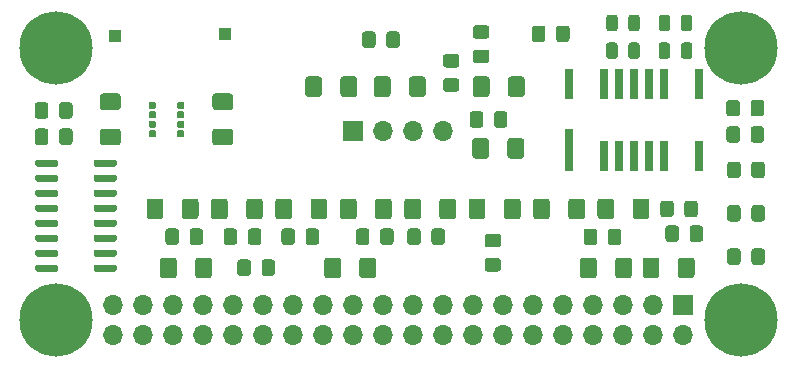
<source format=gbr>
G04 #@! TF.GenerationSoftware,KiCad,Pcbnew,(5.1.10-1-10_14)*
G04 #@! TF.CreationDate,2021-06-08T22:44:31-04:00*
G04 #@! TF.ProjectId,tr109-sensorboard,74723130-392d-4736-956e-736f72626f61,3*
G04 #@! TF.SameCoordinates,Original*
G04 #@! TF.FileFunction,Soldermask,Top*
G04 #@! TF.FilePolarity,Negative*
%FSLAX46Y46*%
G04 Gerber Fmt 4.6, Leading zero omitted, Abs format (unit mm)*
G04 Created by KiCad (PCBNEW (5.1.10-1-10_14)) date 2021-06-08 22:44:31*
%MOMM*%
%LPD*%
G01*
G04 APERTURE LIST*
%ADD10O,1.700000X1.700000*%
%ADD11R,1.700000X1.700000*%
%ADD12R,1.000000X1.000000*%
%ADD13R,0.800000X2.600000*%
%ADD14R,0.700000X2.600000*%
%ADD15R,0.800000X3.600000*%
%ADD16C,6.200000*%
G04 APERTURE END LIST*
D10*
X108924000Y-123130000D03*
X108924000Y-120590000D03*
X111464000Y-123130000D03*
X111464000Y-120590000D03*
X114004000Y-123130000D03*
X114004000Y-120590000D03*
X116544000Y-123130000D03*
X116544000Y-120590000D03*
X119084000Y-123130000D03*
X119084000Y-120590000D03*
X121624000Y-123130000D03*
X121624000Y-120590000D03*
X124164000Y-123130000D03*
X124164000Y-120590000D03*
X126704000Y-123130000D03*
X126704000Y-120590000D03*
X129244000Y-123130000D03*
X129244000Y-120590000D03*
X131784000Y-123130000D03*
X131784000Y-120590000D03*
X134324000Y-123130000D03*
X134324000Y-120590000D03*
X136864000Y-123130000D03*
X136864000Y-120590000D03*
X139404000Y-123130000D03*
X139404000Y-120590000D03*
X141944000Y-123130000D03*
X141944000Y-120590000D03*
X144484000Y-123130000D03*
X144484000Y-120590000D03*
X147024000Y-123130000D03*
X147024000Y-120590000D03*
X149564000Y-123130000D03*
X149564000Y-120590000D03*
X152104000Y-123130000D03*
X152104000Y-120590000D03*
X154644000Y-123130000D03*
X154644000Y-120590000D03*
X157184000Y-123130000D03*
D11*
X157184000Y-120590000D03*
D10*
X136874000Y-105918000D03*
X134334000Y-105918000D03*
X131794000Y-105918000D03*
D11*
X129254000Y-105918000D03*
D12*
X118364000Y-97663000D03*
X109067600Y-97828100D03*
G36*
G01*
X112049100Y-103424500D02*
X112449100Y-103424500D01*
G75*
G02*
X112549100Y-103524500I0J-100000D01*
G01*
X112549100Y-103924500D01*
G75*
G02*
X112449100Y-104024500I-100000J0D01*
G01*
X112049100Y-104024500D01*
G75*
G02*
X111949100Y-103924500I0J100000D01*
G01*
X111949100Y-103524500D01*
G75*
G02*
X112049100Y-103424500I100000J0D01*
G01*
G37*
G36*
G01*
X112049100Y-104224500D02*
X112449100Y-104224500D01*
G75*
G02*
X112549100Y-104324500I0J-100000D01*
G01*
X112549100Y-104724500D01*
G75*
G02*
X112449100Y-104824500I-100000J0D01*
G01*
X112049100Y-104824500D01*
G75*
G02*
X111949100Y-104724500I0J100000D01*
G01*
X111949100Y-104324500D01*
G75*
G02*
X112049100Y-104224500I100000J0D01*
G01*
G37*
G36*
G01*
X112049100Y-105024500D02*
X112449100Y-105024500D01*
G75*
G02*
X112549100Y-105124500I0J-100000D01*
G01*
X112549100Y-105524500D01*
G75*
G02*
X112449100Y-105624500I-100000J0D01*
G01*
X112049100Y-105624500D01*
G75*
G02*
X111949100Y-105524500I0J100000D01*
G01*
X111949100Y-105124500D01*
G75*
G02*
X112049100Y-105024500I100000J0D01*
G01*
G37*
G36*
G01*
X112049100Y-105824500D02*
X112449100Y-105824500D01*
G75*
G02*
X112549100Y-105924500I0J-100000D01*
G01*
X112549100Y-106324500D01*
G75*
G02*
X112449100Y-106424500I-100000J0D01*
G01*
X112049100Y-106424500D01*
G75*
G02*
X111949100Y-106324500I0J100000D01*
G01*
X111949100Y-105924500D01*
G75*
G02*
X112049100Y-105824500I100000J0D01*
G01*
G37*
G36*
G01*
X114449100Y-105824500D02*
X114849100Y-105824500D01*
G75*
G02*
X114949100Y-105924500I0J-100000D01*
G01*
X114949100Y-106324500D01*
G75*
G02*
X114849100Y-106424500I-100000J0D01*
G01*
X114449100Y-106424500D01*
G75*
G02*
X114349100Y-106324500I0J100000D01*
G01*
X114349100Y-105924500D01*
G75*
G02*
X114449100Y-105824500I100000J0D01*
G01*
G37*
G36*
G01*
X114449100Y-105024500D02*
X114849100Y-105024500D01*
G75*
G02*
X114949100Y-105124500I0J-100000D01*
G01*
X114949100Y-105524500D01*
G75*
G02*
X114849100Y-105624500I-100000J0D01*
G01*
X114449100Y-105624500D01*
G75*
G02*
X114349100Y-105524500I0J100000D01*
G01*
X114349100Y-105124500D01*
G75*
G02*
X114449100Y-105024500I100000J0D01*
G01*
G37*
G36*
G01*
X114449100Y-104224500D02*
X114849100Y-104224500D01*
G75*
G02*
X114949100Y-104324500I0J-100000D01*
G01*
X114949100Y-104724500D01*
G75*
G02*
X114849100Y-104824500I-100000J0D01*
G01*
X114449100Y-104824500D01*
G75*
G02*
X114349100Y-104724500I0J100000D01*
G01*
X114349100Y-104324500D01*
G75*
G02*
X114449100Y-104224500I100000J0D01*
G01*
G37*
G36*
G01*
X114449100Y-103424500D02*
X114849100Y-103424500D01*
G75*
G02*
X114949100Y-103524500I0J-100000D01*
G01*
X114949100Y-103924500D01*
G75*
G02*
X114849100Y-104024500I-100000J0D01*
G01*
X114449100Y-104024500D01*
G75*
G02*
X114349100Y-103924500I0J100000D01*
G01*
X114349100Y-103524500D01*
G75*
G02*
X114449100Y-103424500I100000J0D01*
G01*
G37*
G36*
G01*
X103440000Y-103699999D02*
X103440000Y-104600001D01*
G75*
G02*
X103190001Y-104850000I-249999J0D01*
G01*
X102539999Y-104850000D01*
G75*
G02*
X102290000Y-104600001I0J249999D01*
G01*
X102290000Y-103699999D01*
G75*
G02*
X102539999Y-103450000I249999J0D01*
G01*
X103190001Y-103450000D01*
G75*
G02*
X103440000Y-103699999I0J-249999D01*
G01*
G37*
G36*
G01*
X105490000Y-103699999D02*
X105490000Y-104600001D01*
G75*
G02*
X105240001Y-104850000I-249999J0D01*
G01*
X104589999Y-104850000D01*
G75*
G02*
X104340000Y-104600001I0J249999D01*
G01*
X104340000Y-103699999D01*
G75*
G02*
X104589999Y-103450000I249999J0D01*
G01*
X105240001Y-103450000D01*
G75*
G02*
X105490000Y-103699999I0J-249999D01*
G01*
G37*
G36*
G01*
X121490000Y-117910001D02*
X121490000Y-117009999D01*
G75*
G02*
X121739999Y-116760000I249999J0D01*
G01*
X122390001Y-116760000D01*
G75*
G02*
X122640000Y-117009999I0J-249999D01*
G01*
X122640000Y-117910001D01*
G75*
G02*
X122390001Y-118160000I-249999J0D01*
G01*
X121739999Y-118160000D01*
G75*
G02*
X121490000Y-117910001I0J249999D01*
G01*
G37*
G36*
G01*
X119440000Y-117910001D02*
X119440000Y-117009999D01*
G75*
G02*
X119689999Y-116760000I249999J0D01*
G01*
X120340001Y-116760000D01*
G75*
G02*
X120590000Y-117009999I0J-249999D01*
G01*
X120590000Y-117910001D01*
G75*
G02*
X120340001Y-118160000I-249999J0D01*
G01*
X119689999Y-118160000D01*
G75*
G02*
X119440000Y-117910001I0J249999D01*
G01*
G37*
G36*
G01*
X157739500Y-115029401D02*
X157739500Y-114129399D01*
G75*
G02*
X157989499Y-113879400I249999J0D01*
G01*
X158639501Y-113879400D01*
G75*
G02*
X158889500Y-114129399I0J-249999D01*
G01*
X158889500Y-115029401D01*
G75*
G02*
X158639501Y-115279400I-249999J0D01*
G01*
X157989499Y-115279400D01*
G75*
G02*
X157739500Y-115029401I0J249999D01*
G01*
G37*
G36*
G01*
X155689500Y-115029401D02*
X155689500Y-114129399D01*
G75*
G02*
X155939499Y-113879400I249999J0D01*
G01*
X156589501Y-113879400D01*
G75*
G02*
X156839500Y-114129399I0J-249999D01*
G01*
X156839500Y-115029401D01*
G75*
G02*
X156589501Y-115279400I-249999J0D01*
G01*
X155939499Y-115279400D01*
G75*
G02*
X155689500Y-115029401I0J249999D01*
G01*
G37*
G36*
G01*
X140531001Y-98089300D02*
X139630999Y-98089300D01*
G75*
G02*
X139381000Y-97839301I0J249999D01*
G01*
X139381000Y-97189299D01*
G75*
G02*
X139630999Y-96939300I249999J0D01*
G01*
X140531001Y-96939300D01*
G75*
G02*
X140781000Y-97189299I0J-249999D01*
G01*
X140781000Y-97839301D01*
G75*
G02*
X140531001Y-98089300I-249999J0D01*
G01*
G37*
G36*
G01*
X140531001Y-100139300D02*
X139630999Y-100139300D01*
G75*
G02*
X139381000Y-99889301I0J249999D01*
G01*
X139381000Y-99239299D01*
G75*
G02*
X139630999Y-98989300I249999J0D01*
G01*
X140531001Y-98989300D01*
G75*
G02*
X140781000Y-99239299I0J-249999D01*
G01*
X140781000Y-99889301D01*
G75*
G02*
X140531001Y-100139300I-249999J0D01*
G01*
G37*
G36*
G01*
X150805300Y-115296101D02*
X150805300Y-114396099D01*
G75*
G02*
X151055299Y-114146100I249999J0D01*
G01*
X151705301Y-114146100D01*
G75*
G02*
X151955300Y-114396099I0J-249999D01*
G01*
X151955300Y-115296101D01*
G75*
G02*
X151705301Y-115546100I-249999J0D01*
G01*
X151055299Y-115546100D01*
G75*
G02*
X150805300Y-115296101I0J249999D01*
G01*
G37*
G36*
G01*
X148755300Y-115296101D02*
X148755300Y-114396099D01*
G75*
G02*
X149005299Y-114146100I249999J0D01*
G01*
X149655301Y-114146100D01*
G75*
G02*
X149905300Y-114396099I0J-249999D01*
G01*
X149905300Y-115296101D01*
G75*
G02*
X149655301Y-115546100I-249999J0D01*
G01*
X149005299Y-115546100D01*
G75*
G02*
X148755300Y-115296101I0J249999D01*
G01*
G37*
G36*
G01*
X137991001Y-100515000D02*
X137090999Y-100515000D01*
G75*
G02*
X136841000Y-100265001I0J249999D01*
G01*
X136841000Y-99614999D01*
G75*
G02*
X137090999Y-99365000I249999J0D01*
G01*
X137991001Y-99365000D01*
G75*
G02*
X138241000Y-99614999I0J-249999D01*
G01*
X138241000Y-100265001D01*
G75*
G02*
X137991001Y-100515000I-249999J0D01*
G01*
G37*
G36*
G01*
X137991001Y-102565000D02*
X137090999Y-102565000D01*
G75*
G02*
X136841000Y-102315001I0J249999D01*
G01*
X136841000Y-101664999D01*
G75*
G02*
X137090999Y-101415000I249999J0D01*
G01*
X137991001Y-101415000D01*
G75*
G02*
X138241000Y-101664999I0J-249999D01*
G01*
X138241000Y-102315001D01*
G75*
G02*
X137991001Y-102565000I-249999J0D01*
G01*
G37*
G36*
G01*
X134970000Y-114383399D02*
X134970000Y-115283401D01*
G75*
G02*
X134720001Y-115533400I-249999J0D01*
G01*
X134069999Y-115533400D01*
G75*
G02*
X133820000Y-115283401I0J249999D01*
G01*
X133820000Y-114383399D01*
G75*
G02*
X134069999Y-114133400I249999J0D01*
G01*
X134720001Y-114133400D01*
G75*
G02*
X134970000Y-114383399I0J-249999D01*
G01*
G37*
G36*
G01*
X137020000Y-114383399D02*
X137020000Y-115283401D01*
G75*
G02*
X136770001Y-115533400I-249999J0D01*
G01*
X136119999Y-115533400D01*
G75*
G02*
X135870000Y-115283401I0J249999D01*
G01*
X135870000Y-114383399D01*
G75*
G02*
X136119999Y-114133400I249999J0D01*
G01*
X136770001Y-114133400D01*
G75*
G02*
X137020000Y-114383399I0J-249999D01*
G01*
G37*
G36*
G01*
X130626700Y-114383399D02*
X130626700Y-115283401D01*
G75*
G02*
X130376701Y-115533400I-249999J0D01*
G01*
X129726699Y-115533400D01*
G75*
G02*
X129476700Y-115283401I0J249999D01*
G01*
X129476700Y-114383399D01*
G75*
G02*
X129726699Y-114133400I249999J0D01*
G01*
X130376701Y-114133400D01*
G75*
G02*
X130626700Y-114383399I0J-249999D01*
G01*
G37*
G36*
G01*
X132676700Y-114383399D02*
X132676700Y-115283401D01*
G75*
G02*
X132426701Y-115533400I-249999J0D01*
G01*
X131776699Y-115533400D01*
G75*
G02*
X131526700Y-115283401I0J249999D01*
G01*
X131526700Y-114383399D01*
G75*
G02*
X131776699Y-114133400I249999J0D01*
G01*
X132426701Y-114133400D01*
G75*
G02*
X132676700Y-114383399I0J-249999D01*
G01*
G37*
G36*
G01*
X124327500Y-114383399D02*
X124327500Y-115283401D01*
G75*
G02*
X124077501Y-115533400I-249999J0D01*
G01*
X123427499Y-115533400D01*
G75*
G02*
X123177500Y-115283401I0J249999D01*
G01*
X123177500Y-114383399D01*
G75*
G02*
X123427499Y-114133400I249999J0D01*
G01*
X124077501Y-114133400D01*
G75*
G02*
X124327500Y-114383399I0J-249999D01*
G01*
G37*
G36*
G01*
X126377500Y-114383399D02*
X126377500Y-115283401D01*
G75*
G02*
X126127501Y-115533400I-249999J0D01*
G01*
X125477499Y-115533400D01*
G75*
G02*
X125227500Y-115283401I0J249999D01*
G01*
X125227500Y-114383399D01*
G75*
G02*
X125477499Y-114133400I249999J0D01*
G01*
X126127501Y-114133400D01*
G75*
G02*
X126377500Y-114383399I0J-249999D01*
G01*
G37*
G36*
G01*
X119425300Y-114383399D02*
X119425300Y-115283401D01*
G75*
G02*
X119175301Y-115533400I-249999J0D01*
G01*
X118525299Y-115533400D01*
G75*
G02*
X118275300Y-115283401I0J249999D01*
G01*
X118275300Y-114383399D01*
G75*
G02*
X118525299Y-114133400I249999J0D01*
G01*
X119175301Y-114133400D01*
G75*
G02*
X119425300Y-114383399I0J-249999D01*
G01*
G37*
G36*
G01*
X121475300Y-114383399D02*
X121475300Y-115283401D01*
G75*
G02*
X121225301Y-115533400I-249999J0D01*
G01*
X120575299Y-115533400D01*
G75*
G02*
X120325300Y-115283401I0J249999D01*
G01*
X120325300Y-114383399D01*
G75*
G02*
X120575299Y-114133400I249999J0D01*
G01*
X121225301Y-114133400D01*
G75*
G02*
X121475300Y-114383399I0J-249999D01*
G01*
G37*
G36*
G01*
X115400000Y-115283401D02*
X115400000Y-114383399D01*
G75*
G02*
X115649999Y-114133400I249999J0D01*
G01*
X116300001Y-114133400D01*
G75*
G02*
X116550000Y-114383399I0J-249999D01*
G01*
X116550000Y-115283401D01*
G75*
G02*
X116300001Y-115533400I-249999J0D01*
G01*
X115649999Y-115533400D01*
G75*
G02*
X115400000Y-115283401I0J249999D01*
G01*
G37*
G36*
G01*
X113350000Y-115283401D02*
X113350000Y-114383399D01*
G75*
G02*
X113599999Y-114133400I249999J0D01*
G01*
X114250001Y-114133400D01*
G75*
G02*
X114500000Y-114383399I0J-249999D01*
G01*
X114500000Y-115283401D01*
G75*
G02*
X114250001Y-115533400I-249999J0D01*
G01*
X113599999Y-115533400D01*
G75*
G02*
X113350000Y-115283401I0J249999D01*
G01*
G37*
G36*
G01*
X103440000Y-105919999D02*
X103440000Y-106820001D01*
G75*
G02*
X103190001Y-107070000I-249999J0D01*
G01*
X102539999Y-107070000D01*
G75*
G02*
X102290000Y-106820001I0J249999D01*
G01*
X102290000Y-105919999D01*
G75*
G02*
X102539999Y-105670000I249999J0D01*
G01*
X103190001Y-105670000D01*
G75*
G02*
X103440000Y-105919999I0J-249999D01*
G01*
G37*
G36*
G01*
X105490000Y-105919999D02*
X105490000Y-106820001D01*
G75*
G02*
X105240001Y-107070000I-249999J0D01*
G01*
X104589999Y-107070000D01*
G75*
G02*
X104340000Y-106820001I0J249999D01*
G01*
X104340000Y-105919999D01*
G75*
G02*
X104589999Y-105670000I249999J0D01*
G01*
X105240001Y-105670000D01*
G75*
G02*
X105490000Y-105919999I0J-249999D01*
G01*
G37*
G36*
G01*
X162896940Y-104399501D02*
X162896940Y-103499499D01*
G75*
G02*
X163146939Y-103249500I249999J0D01*
G01*
X163796941Y-103249500D01*
G75*
G02*
X164046940Y-103499499I0J-249999D01*
G01*
X164046940Y-104399501D01*
G75*
G02*
X163796941Y-104649500I-249999J0D01*
G01*
X163146939Y-104649500D01*
G75*
G02*
X162896940Y-104399501I0J249999D01*
G01*
G37*
G36*
G01*
X160846940Y-104399501D02*
X160846940Y-103499499D01*
G75*
G02*
X161096939Y-103249500I249999J0D01*
G01*
X161746941Y-103249500D01*
G75*
G02*
X161996940Y-103499499I0J-249999D01*
G01*
X161996940Y-104399501D01*
G75*
G02*
X161746941Y-104649500I-249999J0D01*
G01*
X161096939Y-104649500D01*
G75*
G02*
X160846940Y-104399501I0J249999D01*
G01*
G37*
G36*
G01*
X162896940Y-106634701D02*
X162896940Y-105734699D01*
G75*
G02*
X163146939Y-105484700I249999J0D01*
G01*
X163796941Y-105484700D01*
G75*
G02*
X164046940Y-105734699I0J-249999D01*
G01*
X164046940Y-106634701D01*
G75*
G02*
X163796941Y-106884700I-249999J0D01*
G01*
X163146939Y-106884700D01*
G75*
G02*
X162896940Y-106634701I0J249999D01*
G01*
G37*
G36*
G01*
X160846940Y-106634701D02*
X160846940Y-105734699D01*
G75*
G02*
X161096939Y-105484700I249999J0D01*
G01*
X161746941Y-105484700D01*
G75*
G02*
X161996940Y-105734699I0J-249999D01*
G01*
X161996940Y-106634701D01*
G75*
G02*
X161746941Y-106884700I-249999J0D01*
G01*
X161096939Y-106884700D01*
G75*
G02*
X160846940Y-106634701I0J249999D01*
G01*
G37*
G36*
G01*
X162959200Y-116972501D02*
X162959200Y-116072499D01*
G75*
G02*
X163209199Y-115822500I249999J0D01*
G01*
X163859201Y-115822500D01*
G75*
G02*
X164109200Y-116072499I0J-249999D01*
G01*
X164109200Y-116972501D01*
G75*
G02*
X163859201Y-117222500I-249999J0D01*
G01*
X163209199Y-117222500D01*
G75*
G02*
X162959200Y-116972501I0J249999D01*
G01*
G37*
G36*
G01*
X160909200Y-116972501D02*
X160909200Y-116072499D01*
G75*
G02*
X161159199Y-115822500I249999J0D01*
G01*
X161809201Y-115822500D01*
G75*
G02*
X162059200Y-116072499I0J-249999D01*
G01*
X162059200Y-116972501D01*
G75*
G02*
X161809201Y-117222500I-249999J0D01*
G01*
X161159199Y-117222500D01*
G75*
G02*
X160909200Y-116972501I0J249999D01*
G01*
G37*
G36*
G01*
X141521601Y-115741060D02*
X140621599Y-115741060D01*
G75*
G02*
X140371600Y-115491061I0J249999D01*
G01*
X140371600Y-114841059D01*
G75*
G02*
X140621599Y-114591060I249999J0D01*
G01*
X141521601Y-114591060D01*
G75*
G02*
X141771600Y-114841059I0J-249999D01*
G01*
X141771600Y-115491061D01*
G75*
G02*
X141521601Y-115741060I-249999J0D01*
G01*
G37*
G36*
G01*
X141521601Y-117791060D02*
X140621599Y-117791060D01*
G75*
G02*
X140371600Y-117541061I0J249999D01*
G01*
X140371600Y-116891059D01*
G75*
G02*
X140621599Y-116641060I249999J0D01*
G01*
X141521601Y-116641060D01*
G75*
G02*
X141771600Y-116891059I0J-249999D01*
G01*
X141771600Y-117541061D01*
G75*
G02*
X141521601Y-117791060I-249999J0D01*
G01*
G37*
G36*
G01*
X141166000Y-105352001D02*
X141166000Y-104451999D01*
G75*
G02*
X141415999Y-104202000I249999J0D01*
G01*
X142066001Y-104202000D01*
G75*
G02*
X142316000Y-104451999I0J-249999D01*
G01*
X142316000Y-105352001D01*
G75*
G02*
X142066001Y-105602000I-249999J0D01*
G01*
X141415999Y-105602000D01*
G75*
G02*
X141166000Y-105352001I0J249999D01*
G01*
G37*
G36*
G01*
X139116000Y-105352001D02*
X139116000Y-104451999D01*
G75*
G02*
X139365999Y-104202000I249999J0D01*
G01*
X140016001Y-104202000D01*
G75*
G02*
X140266000Y-104451999I0J-249999D01*
G01*
X140266000Y-105352001D01*
G75*
G02*
X140016001Y-105602000I-249999J0D01*
G01*
X139365999Y-105602000D01*
G75*
G02*
X139116000Y-105352001I0J249999D01*
G01*
G37*
G36*
G01*
X132047400Y-98595601D02*
X132047400Y-97695599D01*
G75*
G02*
X132297399Y-97445600I249999J0D01*
G01*
X132947401Y-97445600D01*
G75*
G02*
X133197400Y-97695599I0J-249999D01*
G01*
X133197400Y-98595601D01*
G75*
G02*
X132947401Y-98845600I-249999J0D01*
G01*
X132297399Y-98845600D01*
G75*
G02*
X132047400Y-98595601I0J249999D01*
G01*
G37*
G36*
G01*
X129997400Y-98595601D02*
X129997400Y-97695599D01*
G75*
G02*
X130247399Y-97445600I249999J0D01*
G01*
X130897401Y-97445600D01*
G75*
G02*
X131147400Y-97695599I0J-249999D01*
G01*
X131147400Y-98595601D01*
G75*
G02*
X130897401Y-98845600I-249999J0D01*
G01*
X130247399Y-98845600D01*
G75*
G02*
X129997400Y-98595601I0J249999D01*
G01*
G37*
G36*
G01*
X157282300Y-112933901D02*
X157282300Y-112033899D01*
G75*
G02*
X157532299Y-111783900I249999J0D01*
G01*
X158182301Y-111783900D01*
G75*
G02*
X158432300Y-112033899I0J-249999D01*
G01*
X158432300Y-112933901D01*
G75*
G02*
X158182301Y-113183900I-249999J0D01*
G01*
X157532299Y-113183900D01*
G75*
G02*
X157282300Y-112933901I0J249999D01*
G01*
G37*
G36*
G01*
X155232300Y-112933901D02*
X155232300Y-112033899D01*
G75*
G02*
X155482299Y-111783900I249999J0D01*
G01*
X156132301Y-111783900D01*
G75*
G02*
X156382300Y-112033899I0J-249999D01*
G01*
X156382300Y-112933901D01*
G75*
G02*
X156132301Y-113183900I-249999J0D01*
G01*
X155482299Y-113183900D01*
G75*
G02*
X155232300Y-112933901I0J249999D01*
G01*
G37*
G36*
G01*
X146423800Y-98113001D02*
X146423800Y-97212999D01*
G75*
G02*
X146673799Y-96963000I249999J0D01*
G01*
X147323801Y-96963000D01*
G75*
G02*
X147573800Y-97212999I0J-249999D01*
G01*
X147573800Y-98113001D01*
G75*
G02*
X147323801Y-98363000I-249999J0D01*
G01*
X146673799Y-98363000D01*
G75*
G02*
X146423800Y-98113001I0J249999D01*
G01*
G37*
G36*
G01*
X144373800Y-98113001D02*
X144373800Y-97212999D01*
G75*
G02*
X144623799Y-96963000I249999J0D01*
G01*
X145273801Y-96963000D01*
G75*
G02*
X145523800Y-97212999I0J-249999D01*
G01*
X145523800Y-98113001D01*
G75*
G02*
X145273801Y-98363000I-249999J0D01*
G01*
X144623799Y-98363000D01*
G75*
G02*
X144373800Y-98113001I0J249999D01*
G01*
G37*
G36*
G01*
X162959200Y-113302201D02*
X162959200Y-112402199D01*
G75*
G02*
X163209199Y-112152200I249999J0D01*
G01*
X163859201Y-112152200D01*
G75*
G02*
X164109200Y-112402199I0J-249999D01*
G01*
X164109200Y-113302201D01*
G75*
G02*
X163859201Y-113552200I-249999J0D01*
G01*
X163209199Y-113552200D01*
G75*
G02*
X162959200Y-113302201I0J249999D01*
G01*
G37*
G36*
G01*
X160909200Y-113302201D02*
X160909200Y-112402199D01*
G75*
G02*
X161159199Y-112152200I249999J0D01*
G01*
X161809201Y-112152200D01*
G75*
G02*
X162059200Y-112402199I0J-249999D01*
G01*
X162059200Y-113302201D01*
G75*
G02*
X161809201Y-113552200I-249999J0D01*
G01*
X161159199Y-113552200D01*
G75*
G02*
X160909200Y-113302201I0J249999D01*
G01*
G37*
G36*
G01*
X162959200Y-109631901D02*
X162959200Y-108731899D01*
G75*
G02*
X163209199Y-108481900I249999J0D01*
G01*
X163859201Y-108481900D01*
G75*
G02*
X164109200Y-108731899I0J-249999D01*
G01*
X164109200Y-109631901D01*
G75*
G02*
X163859201Y-109881900I-249999J0D01*
G01*
X163209199Y-109881900D01*
G75*
G02*
X162959200Y-109631901I0J249999D01*
G01*
G37*
G36*
G01*
X160909200Y-109631901D02*
X160909200Y-108731899D01*
G75*
G02*
X161159199Y-108481900I249999J0D01*
G01*
X161809201Y-108481900D01*
G75*
G02*
X162059200Y-108731899I0J-249999D01*
G01*
X162059200Y-109631901D01*
G75*
G02*
X161809201Y-109881900I-249999J0D01*
G01*
X161159199Y-109881900D01*
G75*
G02*
X160909200Y-109631901I0J249999D01*
G01*
G37*
G36*
G01*
X118836600Y-104127000D02*
X117586600Y-104127000D01*
G75*
G02*
X117336600Y-103877000I0J250000D01*
G01*
X117336600Y-102952000D01*
G75*
G02*
X117586600Y-102702000I250000J0D01*
G01*
X118836600Y-102702000D01*
G75*
G02*
X119086600Y-102952000I0J-250000D01*
G01*
X119086600Y-103877000D01*
G75*
G02*
X118836600Y-104127000I-250000J0D01*
G01*
G37*
G36*
G01*
X118836600Y-107102000D02*
X117586600Y-107102000D01*
G75*
G02*
X117336600Y-106852000I0J250000D01*
G01*
X117336600Y-105927000D01*
G75*
G02*
X117586600Y-105677000I250000J0D01*
G01*
X118836600Y-105677000D01*
G75*
G02*
X119086600Y-105927000I0J-250000D01*
G01*
X119086600Y-106852000D01*
G75*
G02*
X118836600Y-107102000I-250000J0D01*
G01*
G37*
G36*
G01*
X109311600Y-104127000D02*
X108061600Y-104127000D01*
G75*
G02*
X107811600Y-103877000I0J250000D01*
G01*
X107811600Y-102952000D01*
G75*
G02*
X108061600Y-102702000I250000J0D01*
G01*
X109311600Y-102702000D01*
G75*
G02*
X109561600Y-102952000I0J-250000D01*
G01*
X109561600Y-103877000D01*
G75*
G02*
X109311600Y-104127000I-250000J0D01*
G01*
G37*
G36*
G01*
X109311600Y-107102000D02*
X108061600Y-107102000D01*
G75*
G02*
X107811600Y-106852000I0J250000D01*
G01*
X107811600Y-105927000D01*
G75*
G02*
X108061600Y-105677000I250000J0D01*
G01*
X109311600Y-105677000D01*
G75*
G02*
X109561600Y-105927000I0J-250000D01*
G01*
X109561600Y-106852000D01*
G75*
G02*
X109311600Y-107102000I-250000J0D01*
G01*
G37*
G36*
G01*
X107265600Y-108760400D02*
X107265600Y-108460400D01*
G75*
G02*
X107415600Y-108310400I150000J0D01*
G01*
X109065600Y-108310400D01*
G75*
G02*
X109215600Y-108460400I0J-150000D01*
G01*
X109215600Y-108760400D01*
G75*
G02*
X109065600Y-108910400I-150000J0D01*
G01*
X107415600Y-108910400D01*
G75*
G02*
X107265600Y-108760400I0J150000D01*
G01*
G37*
G36*
G01*
X107265600Y-110030400D02*
X107265600Y-109730400D01*
G75*
G02*
X107415600Y-109580400I150000J0D01*
G01*
X109065600Y-109580400D01*
G75*
G02*
X109215600Y-109730400I0J-150000D01*
G01*
X109215600Y-110030400D01*
G75*
G02*
X109065600Y-110180400I-150000J0D01*
G01*
X107415600Y-110180400D01*
G75*
G02*
X107265600Y-110030400I0J150000D01*
G01*
G37*
G36*
G01*
X107265600Y-111300400D02*
X107265600Y-111000400D01*
G75*
G02*
X107415600Y-110850400I150000J0D01*
G01*
X109065600Y-110850400D01*
G75*
G02*
X109215600Y-111000400I0J-150000D01*
G01*
X109215600Y-111300400D01*
G75*
G02*
X109065600Y-111450400I-150000J0D01*
G01*
X107415600Y-111450400D01*
G75*
G02*
X107265600Y-111300400I0J150000D01*
G01*
G37*
G36*
G01*
X107265600Y-112570400D02*
X107265600Y-112270400D01*
G75*
G02*
X107415600Y-112120400I150000J0D01*
G01*
X109065600Y-112120400D01*
G75*
G02*
X109215600Y-112270400I0J-150000D01*
G01*
X109215600Y-112570400D01*
G75*
G02*
X109065600Y-112720400I-150000J0D01*
G01*
X107415600Y-112720400D01*
G75*
G02*
X107265600Y-112570400I0J150000D01*
G01*
G37*
G36*
G01*
X107265600Y-113840400D02*
X107265600Y-113540400D01*
G75*
G02*
X107415600Y-113390400I150000J0D01*
G01*
X109065600Y-113390400D01*
G75*
G02*
X109215600Y-113540400I0J-150000D01*
G01*
X109215600Y-113840400D01*
G75*
G02*
X109065600Y-113990400I-150000J0D01*
G01*
X107415600Y-113990400D01*
G75*
G02*
X107265600Y-113840400I0J150000D01*
G01*
G37*
G36*
G01*
X107265600Y-115110400D02*
X107265600Y-114810400D01*
G75*
G02*
X107415600Y-114660400I150000J0D01*
G01*
X109065600Y-114660400D01*
G75*
G02*
X109215600Y-114810400I0J-150000D01*
G01*
X109215600Y-115110400D01*
G75*
G02*
X109065600Y-115260400I-150000J0D01*
G01*
X107415600Y-115260400D01*
G75*
G02*
X107265600Y-115110400I0J150000D01*
G01*
G37*
G36*
G01*
X107265600Y-116380400D02*
X107265600Y-116080400D01*
G75*
G02*
X107415600Y-115930400I150000J0D01*
G01*
X109065600Y-115930400D01*
G75*
G02*
X109215600Y-116080400I0J-150000D01*
G01*
X109215600Y-116380400D01*
G75*
G02*
X109065600Y-116530400I-150000J0D01*
G01*
X107415600Y-116530400D01*
G75*
G02*
X107265600Y-116380400I0J150000D01*
G01*
G37*
G36*
G01*
X107265600Y-117650400D02*
X107265600Y-117350400D01*
G75*
G02*
X107415600Y-117200400I150000J0D01*
G01*
X109065600Y-117200400D01*
G75*
G02*
X109215600Y-117350400I0J-150000D01*
G01*
X109215600Y-117650400D01*
G75*
G02*
X109065600Y-117800400I-150000J0D01*
G01*
X107415600Y-117800400D01*
G75*
G02*
X107265600Y-117650400I0J150000D01*
G01*
G37*
G36*
G01*
X102315600Y-117650400D02*
X102315600Y-117350400D01*
G75*
G02*
X102465600Y-117200400I150000J0D01*
G01*
X104115600Y-117200400D01*
G75*
G02*
X104265600Y-117350400I0J-150000D01*
G01*
X104265600Y-117650400D01*
G75*
G02*
X104115600Y-117800400I-150000J0D01*
G01*
X102465600Y-117800400D01*
G75*
G02*
X102315600Y-117650400I0J150000D01*
G01*
G37*
G36*
G01*
X102315600Y-116380400D02*
X102315600Y-116080400D01*
G75*
G02*
X102465600Y-115930400I150000J0D01*
G01*
X104115600Y-115930400D01*
G75*
G02*
X104265600Y-116080400I0J-150000D01*
G01*
X104265600Y-116380400D01*
G75*
G02*
X104115600Y-116530400I-150000J0D01*
G01*
X102465600Y-116530400D01*
G75*
G02*
X102315600Y-116380400I0J150000D01*
G01*
G37*
G36*
G01*
X102315600Y-115110400D02*
X102315600Y-114810400D01*
G75*
G02*
X102465600Y-114660400I150000J0D01*
G01*
X104115600Y-114660400D01*
G75*
G02*
X104265600Y-114810400I0J-150000D01*
G01*
X104265600Y-115110400D01*
G75*
G02*
X104115600Y-115260400I-150000J0D01*
G01*
X102465600Y-115260400D01*
G75*
G02*
X102315600Y-115110400I0J150000D01*
G01*
G37*
G36*
G01*
X102315600Y-113840400D02*
X102315600Y-113540400D01*
G75*
G02*
X102465600Y-113390400I150000J0D01*
G01*
X104115600Y-113390400D01*
G75*
G02*
X104265600Y-113540400I0J-150000D01*
G01*
X104265600Y-113840400D01*
G75*
G02*
X104115600Y-113990400I-150000J0D01*
G01*
X102465600Y-113990400D01*
G75*
G02*
X102315600Y-113840400I0J150000D01*
G01*
G37*
G36*
G01*
X102315600Y-112570400D02*
X102315600Y-112270400D01*
G75*
G02*
X102465600Y-112120400I150000J0D01*
G01*
X104115600Y-112120400D01*
G75*
G02*
X104265600Y-112270400I0J-150000D01*
G01*
X104265600Y-112570400D01*
G75*
G02*
X104115600Y-112720400I-150000J0D01*
G01*
X102465600Y-112720400D01*
G75*
G02*
X102315600Y-112570400I0J150000D01*
G01*
G37*
G36*
G01*
X102315600Y-111300400D02*
X102315600Y-111000400D01*
G75*
G02*
X102465600Y-110850400I150000J0D01*
G01*
X104115600Y-110850400D01*
G75*
G02*
X104265600Y-111000400I0J-150000D01*
G01*
X104265600Y-111300400D01*
G75*
G02*
X104115600Y-111450400I-150000J0D01*
G01*
X102465600Y-111450400D01*
G75*
G02*
X102315600Y-111300400I0J150000D01*
G01*
G37*
G36*
G01*
X102315600Y-110030400D02*
X102315600Y-109730400D01*
G75*
G02*
X102465600Y-109580400I150000J0D01*
G01*
X104115600Y-109580400D01*
G75*
G02*
X104265600Y-109730400I0J-150000D01*
G01*
X104265600Y-110030400D01*
G75*
G02*
X104115600Y-110180400I-150000J0D01*
G01*
X102465600Y-110180400D01*
G75*
G02*
X102315600Y-110030400I0J150000D01*
G01*
G37*
G36*
G01*
X102315600Y-108760400D02*
X102315600Y-108460400D01*
G75*
G02*
X102465600Y-108310400I150000J0D01*
G01*
X104115600Y-108310400D01*
G75*
G02*
X104265600Y-108460400I0J-150000D01*
G01*
X104265600Y-108760400D01*
G75*
G02*
X104115600Y-108910400I-150000J0D01*
G01*
X102465600Y-108910400D01*
G75*
G02*
X102315600Y-108760400I0J150000D01*
G01*
G37*
G36*
G01*
X151645200Y-96282190D02*
X151645200Y-97194690D01*
G75*
G02*
X151401450Y-97438440I-243750J0D01*
G01*
X150913950Y-97438440D01*
G75*
G02*
X150670200Y-97194690I0J243750D01*
G01*
X150670200Y-96282190D01*
G75*
G02*
X150913950Y-96038440I243750J0D01*
G01*
X151401450Y-96038440D01*
G75*
G02*
X151645200Y-96282190I0J-243750D01*
G01*
G37*
G36*
G01*
X153520200Y-96282190D02*
X153520200Y-97194690D01*
G75*
G02*
X153276450Y-97438440I-243750J0D01*
G01*
X152788950Y-97438440D01*
G75*
G02*
X152545200Y-97194690I0J243750D01*
G01*
X152545200Y-96282190D01*
G75*
G02*
X152788950Y-96038440I243750J0D01*
G01*
X153276450Y-96038440D01*
G75*
G02*
X153520200Y-96282190I0J-243750D01*
G01*
G37*
G36*
G01*
X155178460Y-116847460D02*
X155178460Y-118097460D01*
G75*
G02*
X154928460Y-118347460I-250000J0D01*
G01*
X154003460Y-118347460D01*
G75*
G02*
X153753460Y-118097460I0J250000D01*
G01*
X153753460Y-116847460D01*
G75*
G02*
X154003460Y-116597460I250000J0D01*
G01*
X154928460Y-116597460D01*
G75*
G02*
X155178460Y-116847460I0J-250000D01*
G01*
G37*
G36*
G01*
X158153460Y-116847460D02*
X158153460Y-118097460D01*
G75*
G02*
X157903460Y-118347460I-250000J0D01*
G01*
X156978460Y-118347460D01*
G75*
G02*
X156728460Y-118097460I0J250000D01*
G01*
X156728460Y-116847460D01*
G75*
G02*
X156978460Y-116597460I250000J0D01*
G01*
X157903460Y-116597460D01*
G75*
G02*
X158153460Y-116847460I0J-250000D01*
G01*
G37*
G36*
G01*
X151427480Y-118097460D02*
X151427480Y-116847460D01*
G75*
G02*
X151677480Y-116597460I250000J0D01*
G01*
X152602480Y-116597460D01*
G75*
G02*
X152852480Y-116847460I0J-250000D01*
G01*
X152852480Y-118097460D01*
G75*
G02*
X152602480Y-118347460I-250000J0D01*
G01*
X151677480Y-118347460D01*
G75*
G02*
X151427480Y-118097460I0J250000D01*
G01*
G37*
G36*
G01*
X148452480Y-118097460D02*
X148452480Y-116847460D01*
G75*
G02*
X148702480Y-116597460I250000J0D01*
G01*
X149627480Y-116597460D01*
G75*
G02*
X149877480Y-116847460I0J-250000D01*
G01*
X149877480Y-118097460D01*
G75*
G02*
X149627480Y-118347460I-250000J0D01*
G01*
X148702480Y-118347460D01*
G75*
G02*
X148452480Y-118097460I0J250000D01*
G01*
G37*
G36*
G01*
X151358300Y-111858900D02*
X151358300Y-113108900D01*
G75*
G02*
X151108300Y-113358900I-250000J0D01*
G01*
X150183300Y-113358900D01*
G75*
G02*
X149933300Y-113108900I0J250000D01*
G01*
X149933300Y-111858900D01*
G75*
G02*
X150183300Y-111608900I250000J0D01*
G01*
X151108300Y-111608900D01*
G75*
G02*
X151358300Y-111858900I0J-250000D01*
G01*
G37*
G36*
G01*
X154333300Y-111858900D02*
X154333300Y-113108900D01*
G75*
G02*
X154083300Y-113358900I-250000J0D01*
G01*
X153158300Y-113358900D01*
G75*
G02*
X152908300Y-113108900I0J250000D01*
G01*
X152908300Y-111858900D01*
G75*
G02*
X153158300Y-111608900I250000J0D01*
G01*
X154083300Y-111608900D01*
G75*
G02*
X154333300Y-111858900I0J-250000D01*
G01*
G37*
G36*
G01*
X145904552Y-111858900D02*
X145904552Y-113108900D01*
G75*
G02*
X145654552Y-113358900I-250000J0D01*
G01*
X144729552Y-113358900D01*
G75*
G02*
X144479552Y-113108900I0J250000D01*
G01*
X144479552Y-111858900D01*
G75*
G02*
X144729552Y-111608900I250000J0D01*
G01*
X145654552Y-111608900D01*
G75*
G02*
X145904552Y-111858900I0J-250000D01*
G01*
G37*
G36*
G01*
X148879552Y-111858900D02*
X148879552Y-113108900D01*
G75*
G02*
X148629552Y-113358900I-250000J0D01*
G01*
X147704552Y-113358900D01*
G75*
G02*
X147454552Y-113108900I0J250000D01*
G01*
X147454552Y-111858900D01*
G75*
G02*
X147704552Y-111608900I250000J0D01*
G01*
X148629552Y-111608900D01*
G75*
G02*
X148879552Y-111858900I0J-250000D01*
G01*
G37*
G36*
G01*
X140450810Y-111858900D02*
X140450810Y-113108900D01*
G75*
G02*
X140200810Y-113358900I-250000J0D01*
G01*
X139275810Y-113358900D01*
G75*
G02*
X139025810Y-113108900I0J250000D01*
G01*
X139025810Y-111858900D01*
G75*
G02*
X139275810Y-111608900I250000J0D01*
G01*
X140200810Y-111608900D01*
G75*
G02*
X140450810Y-111858900I0J-250000D01*
G01*
G37*
G36*
G01*
X143425810Y-111858900D02*
X143425810Y-113108900D01*
G75*
G02*
X143175810Y-113358900I-250000J0D01*
G01*
X142250810Y-113358900D01*
G75*
G02*
X142000810Y-113108900I0J250000D01*
G01*
X142000810Y-111858900D01*
G75*
G02*
X142250810Y-111608900I250000J0D01*
G01*
X143175810Y-111608900D01*
G75*
G02*
X143425810Y-111858900I0J-250000D01*
G01*
G37*
G36*
G01*
X134997068Y-111858900D02*
X134997068Y-113108900D01*
G75*
G02*
X134747068Y-113358900I-250000J0D01*
G01*
X133822068Y-113358900D01*
G75*
G02*
X133572068Y-113108900I0J250000D01*
G01*
X133572068Y-111858900D01*
G75*
G02*
X133822068Y-111608900I250000J0D01*
G01*
X134747068Y-111608900D01*
G75*
G02*
X134997068Y-111858900I0J-250000D01*
G01*
G37*
G36*
G01*
X137972068Y-111858900D02*
X137972068Y-113108900D01*
G75*
G02*
X137722068Y-113358900I-250000J0D01*
G01*
X136797068Y-113358900D01*
G75*
G02*
X136547068Y-113108900I0J250000D01*
G01*
X136547068Y-111858900D01*
G75*
G02*
X136797068Y-111608900I250000J0D01*
G01*
X137722068Y-111608900D01*
G75*
G02*
X137972068Y-111858900I0J-250000D01*
G01*
G37*
G36*
G01*
X129543326Y-111858900D02*
X129543326Y-113108900D01*
G75*
G02*
X129293326Y-113358900I-250000J0D01*
G01*
X128368326Y-113358900D01*
G75*
G02*
X128118326Y-113108900I0J250000D01*
G01*
X128118326Y-111858900D01*
G75*
G02*
X128368326Y-111608900I250000J0D01*
G01*
X129293326Y-111608900D01*
G75*
G02*
X129543326Y-111858900I0J-250000D01*
G01*
G37*
G36*
G01*
X132518326Y-111858900D02*
X132518326Y-113108900D01*
G75*
G02*
X132268326Y-113358900I-250000J0D01*
G01*
X131343326Y-113358900D01*
G75*
G02*
X131093326Y-113108900I0J250000D01*
G01*
X131093326Y-111858900D01*
G75*
G02*
X131343326Y-111608900I250000J0D01*
G01*
X132268326Y-111608900D01*
G75*
G02*
X132518326Y-111858900I0J-250000D01*
G01*
G37*
G36*
G01*
X124089584Y-111858900D02*
X124089584Y-113108900D01*
G75*
G02*
X123839584Y-113358900I-250000J0D01*
G01*
X122914584Y-113358900D01*
G75*
G02*
X122664584Y-113108900I0J250000D01*
G01*
X122664584Y-111858900D01*
G75*
G02*
X122914584Y-111608900I250000J0D01*
G01*
X123839584Y-111608900D01*
G75*
G02*
X124089584Y-111858900I0J-250000D01*
G01*
G37*
G36*
G01*
X127064584Y-111858900D02*
X127064584Y-113108900D01*
G75*
G02*
X126814584Y-113358900I-250000J0D01*
G01*
X125889584Y-113358900D01*
G75*
G02*
X125639584Y-113108900I0J250000D01*
G01*
X125639584Y-111858900D01*
G75*
G02*
X125889584Y-111608900I250000J0D01*
G01*
X126814584Y-111608900D01*
G75*
G02*
X127064584Y-111858900I0J-250000D01*
G01*
G37*
G36*
G01*
X118635842Y-111858900D02*
X118635842Y-113108900D01*
G75*
G02*
X118385842Y-113358900I-250000J0D01*
G01*
X117460842Y-113358900D01*
G75*
G02*
X117210842Y-113108900I0J250000D01*
G01*
X117210842Y-111858900D01*
G75*
G02*
X117460842Y-111608900I250000J0D01*
G01*
X118385842Y-111608900D01*
G75*
G02*
X118635842Y-111858900I0J-250000D01*
G01*
G37*
G36*
G01*
X121610842Y-111858900D02*
X121610842Y-113108900D01*
G75*
G02*
X121360842Y-113358900I-250000J0D01*
G01*
X120435842Y-113358900D01*
G75*
G02*
X120185842Y-113108900I0J250000D01*
G01*
X120185842Y-111858900D01*
G75*
G02*
X120435842Y-111608900I250000J0D01*
G01*
X121360842Y-111608900D01*
G75*
G02*
X121610842Y-111858900I0J-250000D01*
G01*
G37*
G36*
G01*
X113182100Y-111858900D02*
X113182100Y-113108900D01*
G75*
G02*
X112932100Y-113358900I-250000J0D01*
G01*
X112007100Y-113358900D01*
G75*
G02*
X111757100Y-113108900I0J250000D01*
G01*
X111757100Y-111858900D01*
G75*
G02*
X112007100Y-111608900I250000J0D01*
G01*
X112932100Y-111608900D01*
G75*
G02*
X113182100Y-111858900I0J-250000D01*
G01*
G37*
G36*
G01*
X116157100Y-111858900D02*
X116157100Y-113108900D01*
G75*
G02*
X115907100Y-113358900I-250000J0D01*
G01*
X114982100Y-113358900D01*
G75*
G02*
X114732100Y-113108900I0J250000D01*
G01*
X114732100Y-111858900D01*
G75*
G02*
X114982100Y-111608900I250000J0D01*
G01*
X115907100Y-111608900D01*
G75*
G02*
X116157100Y-111858900I0J-250000D01*
G01*
G37*
G36*
G01*
X128223980Y-116847460D02*
X128223980Y-118097460D01*
G75*
G02*
X127973980Y-118347460I-250000J0D01*
G01*
X127048980Y-118347460D01*
G75*
G02*
X126798980Y-118097460I0J250000D01*
G01*
X126798980Y-116847460D01*
G75*
G02*
X127048980Y-116597460I250000J0D01*
G01*
X127973980Y-116597460D01*
G75*
G02*
X128223980Y-116847460I0J-250000D01*
G01*
G37*
G36*
G01*
X131198980Y-116847460D02*
X131198980Y-118097460D01*
G75*
G02*
X130948980Y-118347460I-250000J0D01*
G01*
X130023980Y-118347460D01*
G75*
G02*
X129773980Y-118097460I0J250000D01*
G01*
X129773980Y-116847460D01*
G75*
G02*
X130023980Y-116597460I250000J0D01*
G01*
X130948980Y-116597460D01*
G75*
G02*
X131198980Y-116847460I0J-250000D01*
G01*
G37*
G36*
G01*
X114317480Y-116847460D02*
X114317480Y-118097460D01*
G75*
G02*
X114067480Y-118347460I-250000J0D01*
G01*
X113142480Y-118347460D01*
G75*
G02*
X112892480Y-118097460I0J250000D01*
G01*
X112892480Y-116847460D01*
G75*
G02*
X113142480Y-116597460I250000J0D01*
G01*
X114067480Y-116597460D01*
G75*
G02*
X114317480Y-116847460I0J-250000D01*
G01*
G37*
G36*
G01*
X117292480Y-116847460D02*
X117292480Y-118097460D01*
G75*
G02*
X117042480Y-118347460I-250000J0D01*
G01*
X116117480Y-118347460D01*
G75*
G02*
X115867480Y-118097460I0J250000D01*
G01*
X115867480Y-116847460D01*
G75*
G02*
X116117480Y-116597460I250000J0D01*
G01*
X117042480Y-116597460D01*
G75*
G02*
X117292480Y-116847460I0J-250000D01*
G01*
G37*
G36*
G01*
X142306340Y-107983180D02*
X142306340Y-106733180D01*
G75*
G02*
X142556340Y-106483180I250000J0D01*
G01*
X143481340Y-106483180D01*
G75*
G02*
X143731340Y-106733180I0J-250000D01*
G01*
X143731340Y-107983180D01*
G75*
G02*
X143481340Y-108233180I-250000J0D01*
G01*
X142556340Y-108233180D01*
G75*
G02*
X142306340Y-107983180I0J250000D01*
G01*
G37*
G36*
G01*
X139331340Y-107983180D02*
X139331340Y-106733180D01*
G75*
G02*
X139581340Y-106483180I250000J0D01*
G01*
X140506340Y-106483180D01*
G75*
G02*
X140756340Y-106733180I0J-250000D01*
G01*
X140756340Y-107983180D01*
G75*
G02*
X140506340Y-108233180I-250000J0D01*
G01*
X139581340Y-108233180D01*
G75*
G02*
X139331340Y-107983180I0J250000D01*
G01*
G37*
G36*
G01*
X142351120Y-102758400D02*
X142351120Y-101508400D01*
G75*
G02*
X142601120Y-101258400I250000J0D01*
G01*
X143526120Y-101258400D01*
G75*
G02*
X143776120Y-101508400I0J-250000D01*
G01*
X143776120Y-102758400D01*
G75*
G02*
X143526120Y-103008400I-250000J0D01*
G01*
X142601120Y-103008400D01*
G75*
G02*
X142351120Y-102758400I0J250000D01*
G01*
G37*
G36*
G01*
X139376120Y-102758400D02*
X139376120Y-101508400D01*
G75*
G02*
X139626120Y-101258400I250000J0D01*
G01*
X140551120Y-101258400D01*
G75*
G02*
X140801120Y-101508400I0J-250000D01*
G01*
X140801120Y-102758400D01*
G75*
G02*
X140551120Y-103008400I-250000J0D01*
G01*
X139626120Y-103008400D01*
G75*
G02*
X139376120Y-102758400I0J250000D01*
G01*
G37*
G36*
G01*
X132422600Y-101508400D02*
X132422600Y-102758400D01*
G75*
G02*
X132172600Y-103008400I-250000J0D01*
G01*
X131247600Y-103008400D01*
G75*
G02*
X130997600Y-102758400I0J250000D01*
G01*
X130997600Y-101508400D01*
G75*
G02*
X131247600Y-101258400I250000J0D01*
G01*
X132172600Y-101258400D01*
G75*
G02*
X132422600Y-101508400I0J-250000D01*
G01*
G37*
G36*
G01*
X135397600Y-101508400D02*
X135397600Y-102758400D01*
G75*
G02*
X135147600Y-103008400I-250000J0D01*
G01*
X134222600Y-103008400D01*
G75*
G02*
X133972600Y-102758400I0J250000D01*
G01*
X133972600Y-101508400D01*
G75*
G02*
X134222600Y-101258400I250000J0D01*
G01*
X135147600Y-101258400D01*
G75*
G02*
X135397600Y-101508400I0J-250000D01*
G01*
G37*
G36*
G01*
X126618700Y-101508400D02*
X126618700Y-102758400D01*
G75*
G02*
X126368700Y-103008400I-250000J0D01*
G01*
X125443700Y-103008400D01*
G75*
G02*
X125193700Y-102758400I0J250000D01*
G01*
X125193700Y-101508400D01*
G75*
G02*
X125443700Y-101258400I250000J0D01*
G01*
X126368700Y-101258400D01*
G75*
G02*
X126618700Y-101508400I0J-250000D01*
G01*
G37*
G36*
G01*
X129593700Y-101508400D02*
X129593700Y-102758400D01*
G75*
G02*
X129343700Y-103008400I-250000J0D01*
G01*
X128418700Y-103008400D01*
G75*
G02*
X128168700Y-102758400I0J250000D01*
G01*
X128168700Y-101508400D01*
G75*
G02*
X128418700Y-101258400I250000J0D01*
G01*
X129343700Y-101258400D01*
G75*
G02*
X129593700Y-101508400I0J-250000D01*
G01*
G37*
G36*
G01*
X151645200Y-98629150D02*
X151645200Y-99541650D01*
G75*
G02*
X151401450Y-99785400I-243750J0D01*
G01*
X150913950Y-99785400D01*
G75*
G02*
X150670200Y-99541650I0J243750D01*
G01*
X150670200Y-98629150D01*
G75*
G02*
X150913950Y-98385400I243750J0D01*
G01*
X151401450Y-98385400D01*
G75*
G02*
X151645200Y-98629150I0J-243750D01*
G01*
G37*
G36*
G01*
X153520200Y-98629150D02*
X153520200Y-99541650D01*
G75*
G02*
X153276450Y-99785400I-243750J0D01*
G01*
X152788950Y-99785400D01*
G75*
G02*
X152545200Y-99541650I0J243750D01*
G01*
X152545200Y-98629150D01*
G75*
G02*
X152788950Y-98385400I243750J0D01*
G01*
X153276450Y-98385400D01*
G75*
G02*
X153520200Y-98629150I0J-243750D01*
G01*
G37*
G36*
G01*
X156090200Y-98629150D02*
X156090200Y-99541650D01*
G75*
G02*
X155846450Y-99785400I-243750J0D01*
G01*
X155358950Y-99785400D01*
G75*
G02*
X155115200Y-99541650I0J243750D01*
G01*
X155115200Y-98629150D01*
G75*
G02*
X155358950Y-98385400I243750J0D01*
G01*
X155846450Y-98385400D01*
G75*
G02*
X156090200Y-98629150I0J-243750D01*
G01*
G37*
G36*
G01*
X157965200Y-98629150D02*
X157965200Y-99541650D01*
G75*
G02*
X157721450Y-99785400I-243750J0D01*
G01*
X157233950Y-99785400D01*
G75*
G02*
X156990200Y-99541650I0J243750D01*
G01*
X156990200Y-98629150D01*
G75*
G02*
X157233950Y-98385400I243750J0D01*
G01*
X157721450Y-98385400D01*
G75*
G02*
X157965200Y-98629150I0J-243750D01*
G01*
G37*
G36*
G01*
X156090200Y-96282190D02*
X156090200Y-97194690D01*
G75*
G02*
X155846450Y-97438440I-243750J0D01*
G01*
X155358950Y-97438440D01*
G75*
G02*
X155115200Y-97194690I0J243750D01*
G01*
X155115200Y-96282190D01*
G75*
G02*
X155358950Y-96038440I243750J0D01*
G01*
X155846450Y-96038440D01*
G75*
G02*
X156090200Y-96282190I0J-243750D01*
G01*
G37*
G36*
G01*
X157965200Y-96282190D02*
X157965200Y-97194690D01*
G75*
G02*
X157721450Y-97438440I-243750J0D01*
G01*
X157233950Y-97438440D01*
G75*
G02*
X156990200Y-97194690I0J243750D01*
G01*
X156990200Y-96282190D01*
G75*
G02*
X157233950Y-96038440I243750J0D01*
G01*
X157721450Y-96038440D01*
G75*
G02*
X157965200Y-96282190I0J-243750D01*
G01*
G37*
D13*
X147509600Y-101877400D03*
D14*
X150469600Y-101877400D03*
X151739600Y-101877400D03*
X153009600Y-101877400D03*
X154279600Y-101877400D03*
X155549600Y-101877400D03*
D13*
X158509600Y-101877400D03*
X158509600Y-107977400D03*
D14*
X155549600Y-107977400D03*
X154279600Y-107977400D03*
X153009600Y-107977400D03*
X151739600Y-107977400D03*
X150469600Y-107977400D03*
D15*
X147509600Y-107477400D03*
D16*
X162054000Y-98860000D03*
X104054000Y-121860000D03*
X104054000Y-98860000D03*
X162054000Y-121860000D03*
M02*

</source>
